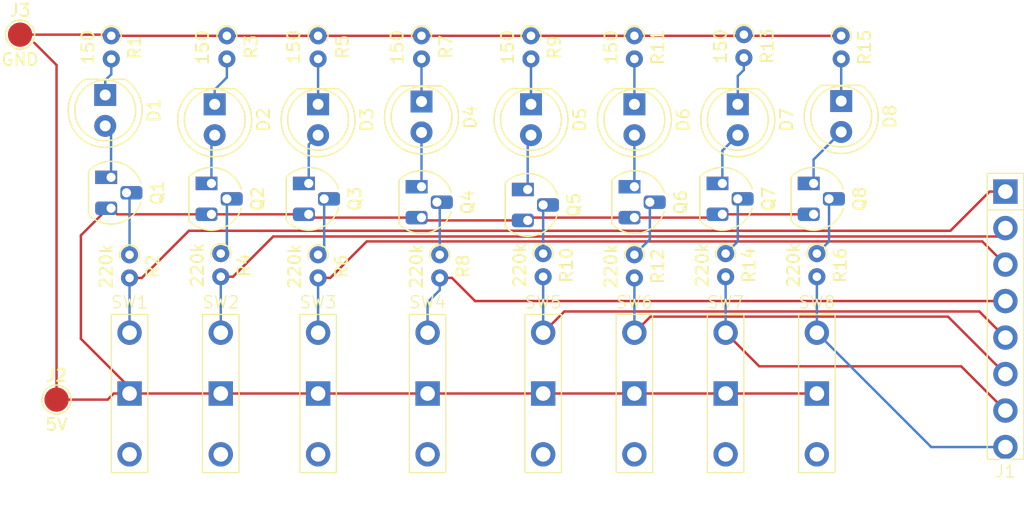
<source format=kicad_pcb>
(kicad_pcb (version 20240108) (generator "pcbnew") (generator_version "8.0")
  (layers (0 "F.Cu" signal) (31 "B.Cu" signal) (34 "B.Paste" user) (35 "F.Paste" user) (36 "B.SilkS" user "B.Silkscreen") (37 "F.SilkS" user "F.Silkscreen") (38 "B.Mask" user) (39 "F.Mask" user) (44 "Edge.Cuts" user))
  (net 0 "")
  (net 1 "Net-(D1-K)")
  (net 2 "Net-(D1-A)")
  (net 3 "Net-(D2-K)")
  (net 4 "Net-(D2-A)")
  (net 5 "Net-(D3-K)")
  (net 6 "Net-(D3-A)")
  (net 7 "Net-(D4-K)")
  (net 8 "Net-(D4-A)")
  (net 9 "Net-(D5-A)")
  (net 10 "Net-(D5-K)")
  (net 11 "Net-(D6-K)")
  (net 12 "Net-(D6-A)")
  (net 13 "Net-(D7-K)")
  (net 14 "Net-(D7-A)")
  (net 15 "Net-(D8-A)")
  (net 16 "Net-(D8-K)")
  (net 25 "Net-(J1-Pin_8)")
  (net 26 "Net-(J1-Pin_5)")
  (net 27 "Net-(J1-Pin_6)")
  (net 28 "Net-(J1-Pin_3)")
  (net 29 "Net-(J1-Pin_4)")
  (net 30 "Net-(J1-Pin_1)")
  (net 31 "Net-(J1-Pin_7)")
  (net 32 "Net-(J1-Pin_2)")
  (net 33 "Net-(Q1-B)")
  (net 34 "Net-(Q2-B)")
  (net 35 "Net-(Q3-B)")
  (net 36 "Net-(Q4-B)")
  (net 37 "Net-(Q5-B)")
  (net 38 "Net-(Q6-B)")
  (net 39 "Net-(Q7-B)")
  (net 40 "Net-(Q8-B)")
  (net 41 "Net-(J2-Pin_1)")
  (net 42 "Net-(J3-Pin_1)")
  (footprint "Package_TO_SOT_THT:TO-92L_HandSolder" (layer "F.Cu") (at 74.23 29.23 -90)
    (property "Reference" "Q7" (at 1.27 -3.8 90) (layer "F.SilkS"))
    (property "Value" "2N3904")
    (fp_line (start -0.53 1.85) (end 3.07 1.85) (stroke (width 0.12)) (layer "F.SilkS"))
    (fp_arc (start -0.541453 1.842156) (mid -1.247298 -0.581475) (end 0.45 -2.45) (stroke (width 0.12)) (layer "F.SilkS"))
    (fp_arc (start 2.05 -2.45) (mid 3.769931 -0.601036) (end 3.078445 1.827684) (stroke (width 0.12)) (layer "F.SilkS"))
    (pad "1" thru_hole rect (at 0 0 270) (size 1.1 1.8) (drill 0.75 (offset 0 0.4)) (layers "*.Cu" "*.Mask") (net 14 "Net-(D7-A)"))
    (pad "2" thru_hole roundrect (at 1.27 -1.27 270) (size 1.1 1.8) (drill 0.75 (offset 0 -0.4)) (layers "*.Cu" "*.Mask") (net 39 "Net-(Q7-B)"))
    (pad "3" thru_hole roundrect (at 2.54 0 270) (size 1.1 1.8) (drill 0.75 (offset 0 0.4)) (layers "*.Cu" "*.Mask") (net 41 "Net-(J2-Pin_1)"))
  )
  (footprint "Resistor_THT:R_Axial_DIN0204_L3.6mm_D1.6mm_P1.90mm_Vertical" (layer "F.Cu") (at 49.5 17.095 -90)
    (property "Reference" "R7" (at 0.905 -2 90) (layer "F.SilkS"))
    (property "Value" "150" (at 0.95 2 90) (layer "F.SilkS"))
    (fp_arc (start 0.320095 0.749359) (mid -0.813042 -0.054435) (end 0.417133 -0.7) (stroke (width 0.12)) (layer "F.SilkS"))
    (pad "1" thru_hole circle (at 0 0 270) (size 1.4 1.4) (drill 0.7) (layers "*.Cu" "*.Mask") (net 42 "Net-(J3-Pin_1)"))
    (pad "2" thru_hole oval (at 1.9 0 270) (size 1.4 1.4) (drill 0.7) (layers "*.Cu" "*.Mask") (net 7 "Net-(D4-K)"))
  )
  (footprint "LED_THT:LED_D5.0mm_FlatTop" (layer "F.Cu") (at 41 22.725 -90)
    (property "Reference" "D3" (at 1.27 -4.01 90) (layer "F.SilkS"))
    (property "Value" "LED")
    (fp_line (start -1.29 -1.64) (end -1.29 1.64) (stroke (width 0.12)) (layer "F.SilkS"))
    (fp_arc (start 4.309999 -0.001958) (mid 2.125106 2.917258) (end -1.29 1.639512) (stroke (width 0.12)) (layer "F.SilkS"))
    (fp_arc (start -1.29 -1.639512) (mid 2.125106 -2.917258) (end 4.309999 0.001958) (stroke (width 0.12)) (layer "F.SilkS"))
    (fp_circle (center 1.27 0) (end 3.77 0) (stroke (width 0.12)) (fill none) (layer "F.SilkS"))
    (pad "1" thru_hole rect (at 0 0 270) (size 1.8 1.8) (drill 0.9) (layers "*.Cu" "*.Mask") (net 5 "Net-(D3-K)"))
    (pad "2" thru_hole circle (at 2.54 0 270) (size 1.8 1.8) (drill 0.9) (layers "*.Cu" "*.Mask") (net 6 "Net-(D3-A)"))
  )
  (footprint "Package_TO_SOT_THT:TO-92L_HandSolder" (layer "F.Cu") (at 58.23 29.73 -90)
    (property "Reference" "Q5" (at 1.27 -3.8 90) (layer "F.SilkS"))
    (property "Value" "2N3904")
    (fp_line (start -0.53 1.85) (end 3.07 1.85) (stroke (width 0.12)) (layer "F.SilkS"))
    (fp_arc (start -0.541453 1.842156) (mid -1.247298 -0.581475) (end 0.45 -2.45) (stroke (width 0.12)) (layer "F.SilkS"))
    (fp_arc (start 2.05 -2.45) (mid 3.769931 -0.601036) (end 3.078445 1.827684) (stroke (width 0.12)) (layer "F.SilkS"))
    (pad "1" thru_hole rect (at 0 0 270) (size 1.1 1.8) (drill 0.75 (offset 0 0.4)) (layers "*.Cu" "*.Mask") (net 9 "Net-(D5-A)"))
    (pad "2" thru_hole roundrect (at 1.27 -1.27 270) (size 1.1 1.8) (drill 0.75 (offset 0 -0.4)) (layers "*.Cu" "*.Mask") (net 37 "Net-(Q5-B)"))
    (pad "3" thru_hole roundrect (at 2.54 0 270) (size 1.1 1.8) (drill 0.75 (offset 0 0.4)) (layers "*.Cu" "*.Mask") (net 41 "Net-(J2-Pin_1)"))
  )
  (footprint "Package_TO_SOT_THT:TO-92L_HandSolder" (layer "F.Cu") (at 81.73 29.23 -90)
    (property "Reference" "Q8" (at 1.27 -3.8 90) (layer "F.SilkS"))
    (property "Value" "2N3904")
    (fp_line (start -0.53 1.85) (end 3.07 1.85) (stroke (width 0.12)) (layer "F.SilkS"))
    (fp_arc (start -0.541453 1.842156) (mid -1.247298 -0.581475) (end 0.45 -2.45) (stroke (width 0.12)) (layer "F.SilkS"))
    (fp_arc (start 2.05 -2.45) (mid 3.769931 -0.601036) (end 3.078445 1.827684) (stroke (width 0.12)) (layer "F.SilkS"))
    (pad "1" thru_hole rect (at 0 0 270) (size 1.1 1.8) (drill 0.75 (offset 0 0.4)) (layers "*.Cu" "*.Mask") (net 15 "Net-(D8-A)"))
    (pad "2" thru_hole roundrect (at 1.27 -1.27 270) (size 1.1 1.8) (drill 0.75 (offset 0 -0.4)) (layers "*.Cu" "*.Mask") (net 40 "Net-(Q8-B)"))
    (pad "3" thru_hole roundrect (at 2.54 0 270) (size 1.1 1.8) (drill 0.75 (offset 0 0.4)) (layers "*.Cu" "*.Mask") (net 41 "Net-(J2-Pin_1)"))
  )
  (footprint "Button_Switch_THT:Alex_Switch" (layer "F.Cu") (at 74.5 53)
    (property "Reference" "SW7" (at 0 -14 0) (layer "F.SilkS") (effects (font (thickness 0.1))))
    (property "Value" "~")
    (fp_rect (start -1.5 -13) (end 1.5 0) (stroke (width 0.1)) (fill none) (layer "F.SilkS"))
    (pad "1" thru_hole circle (at 0 -11.5) (size 2 2) (drill 1.2) (layers "*.Cu" "*.Mask") (net 31 "Net-(J1-Pin_7)"))
    (pad "2" thru_hole rect (at 0 -6.5) (size 2 2) (drill 1.2) (layers "*.Cu" "*.Mask") (net 41 "Net-(J2-Pin_1)"))
    (pad "3" thru_hole circle (at 0 -1.5) (size 2 2) (drill 1.2) (layers "*.Cu" "*.Mask"))
  )
  (footprint "Package_TO_SOT_THT:TO-92L_HandSolder" (layer "F.Cu") (at 49.5 29.5 -90)
    (property "Reference" "Q4" (at 1.27 -3.8 90) (layer "F.SilkS"))
    (property "Value" "2N3904")
    (fp_line (start -0.53 1.85) (end 3.07 1.85) (stroke (width 0.12)) (layer "F.SilkS"))
    (fp_arc (start -0.541453 1.842156) (mid -1.247298 -0.581475) (end 0.45 -2.45) (stroke (width 0.12)) (layer "F.SilkS"))
    (fp_arc (start 2.05 -2.45) (mid 3.769931 -0.601036) (end 3.078445 1.827684) (stroke (width 0.12)) (layer "F.SilkS"))
    (pad "1" thru_hole rect (at 0 0 270) (size 1.1 1.8) (drill 0.75 (offset 0 0.4)) (layers "*.Cu" "*.Mask") (net 8 "Net-(D4-A)"))
    (pad "2" thru_hole roundrect (at 1.27 -1.27 270) (size 1.1 1.8) (drill 0.75 (offset 0 -0.4)) (layers "*.Cu" "*.Mask") (net 36 "Net-(Q4-B)"))
    (pad "3" thru_hole roundrect (at 2.54 0 270) (size 1.1 1.8) (drill 0.75 (offset 0 0.4)) (layers "*.Cu" "*.Mask") (net 41 "Net-(J2-Pin_1)"))
  )
  (footprint "LED_THT:LED_D5.0mm_FlatTop" (layer "F.Cu") (at 32.5 22.725 -90)
    (property "Reference" "D2" (at 1.27 -4.01 90) (layer "F.SilkS"))
    (property "Value" "LED")
    (fp_line (start -1.29 -1.64) (end -1.29 1.64) (stroke (width 0.12)) (layer "F.SilkS"))
    (fp_arc (start 4.309999 -0.001958) (mid 2.125106 2.917258) (end -1.29 1.639512) (stroke (width 0.12)) (layer "F.SilkS"))
    (fp_arc (start -1.29 -1.639512) (mid 2.125106 -2.917258) (end 4.309999 0.001958) (stroke (width 0.12)) (layer "F.SilkS"))
    (fp_circle (center 1.27 0) (end 3.77 0) (stroke (width 0.12)) (fill none) (layer "F.SilkS"))
    (pad "1" thru_hole rect (at 0 0 270) (size 1.8 1.8) (drill 0.9) (layers "*.Cu" "*.Mask") (net 3 "Net-(D2-K)"))
    (pad "2" thru_hole circle (at 2.54 0 270) (size 1.8 1.8) (drill 0.9) (layers "*.Cu" "*.Mask") (net 4 "Net-(D2-A)"))
  )
  (footprint "TestPoint:TestPoint_Pad_D2.0mm" (layer "F.Cu") (at 19.5 47)
    (property "Reference" "J2" (at 0 -1.998 0) (layer "F.SilkS"))
    (property "Value" "5V" (at 0 2.05 0) (layer "F.SilkS"))
    (fp_circle (center 0 0) (end 0 1.2) (stroke (width 0.12)) (fill none) (layer "F.SilkS"))
    (pad "1" smd circle (at 0 0) (size 2 2) (layers "F.Cu" "F.Mask") (net 41 "Net-(J2-Pin_1)"))
  )
  (footprint "Button_Switch_THT:Alex_Switch" (layer "F.Cu") (at 67 53)
    (property "Reference" "SW6" (at 0 -14 0) (layer "F.SilkS") (effects (font (thickness 0.1))))
    (property "Value" "~")
    (fp_rect (start -1.5 -13) (end 1.5 0) (stroke (width 0.1)) (fill none) (layer "F.SilkS"))
    (pad "1" thru_hole circle (at 0 -11.5) (size 2 2) (drill 1.2) (layers "*.Cu" "*.Mask") (net 27 "Net-(J1-Pin_6)"))
    (pad "2" thru_hole rect (at 0 -6.5) (size 2 2) (drill 1.2) (layers "*.Cu" "*.Mask") (net 41 "Net-(J2-Pin_1)"))
    (pad "3" thru_hole circle (at 0 -1.5) (size 2 2) (drill 1.2) (layers "*.Cu" "*.Mask"))
  )
  (footprint "Connector:Alex_8-pin" (layer "F.Cu") (at 97.5 53.4)
    (property "Reference" "J1" (at 0 -0.5 0) (layer "F.SilkS") (effects (font (thickness 0.1))))
    (property "Value" "~")
    (fp_rect (start -1.5 -25) (end 1.5 -1.5) (stroke (width 0.1)) (fill none) (layer "F.SilkS"))
    (fp_rect (start -1.5 -22) (end 1.5 -22) (stroke (width 0.1)) (fill none) (layer "F.SilkS"))
    (pad "1" thru_hole rect (at 0 -23.5) (size 2 2) (drill 1.2) (layers "*.Cu" "*.Mask") (net 30 "Net-(J1-Pin_1)"))
    (pad "2" thru_hole circle (at 0 -20.5) (size 2 2) (drill 1.2) (layers "*.Cu" "*.Mask") (net 32 "Net-(J1-Pin_2)"))
    (pad "3" thru_hole circle (at 0 -17.5) (size 2 2) (drill 1.2) (layers "*.Cu" "*.Mask") (net 28 "Net-(J1-Pin_3)"))
    (pad "4" thru_hole circle (at 0 -14.5) (size 2 2) (drill 1.2) (layers "*.Cu" "*.Mask") (net 29 "Net-(J1-Pin_4)"))
    (pad "5" thru_hole circle (at 0 -11.5) (size 2 2) (drill 1.2) (layers "*.Cu" "*.Mask") (net 26 "Net-(J1-Pin_5)"))
    (pad "6" thru_hole circle (at 0 -8.5) (size 2 2) (drill 1.2) (layers "*.Cu" "*.Mask") (net 27 "Net-(J1-Pin_6)"))
    (pad "7" thru_hole circle (at 0 -5.5) (size 2 2) (drill 1.2) (layers "*.Cu" "*.Mask") (net 31 "Net-(J1-Pin_7)"))
    (pad "8" thru_hole circle (at 0 -2.5) (size 2 2) (drill 1.2) (layers "*.Cu" "*.Mask") (net 25 "Net-(J1-Pin_8)"))
  )
  (footprint "Resistor_THT:R_Axial_DIN0204_L3.6mm_D1.6mm_P1.90mm_Vertical" (layer "F.Cu") (at 33 35 -90)
    (property "Reference" "R4" (at 0.95 -1.92 90) (layer "F.SilkS"))
    (property "Value" "220k" (at 0.95 1.92 90) (layer "F.SilkS"))
    (fp_arc (start 0.320095 0.749359) (mid -0.813042 -0.054435) (end 0.417133 -0.7) (stroke (width 0.12)) (layer "F.SilkS"))
    (pad "1" thru_hole circle (at 0 0 270) (size 1.4 1.4) (drill 0.7) (layers "*.Cu" "*.Mask") (net 34 "Net-(Q2-B)"))
    (pad "2" thru_hole oval (at 1.9 0 270) (size 1.4 1.4) (drill 0.7) (layers "*.Cu" "*.Mask") (net 32 "Net-(J1-Pin_2)"))
  )
  (footprint "Resistor_THT:R_Axial_DIN0204_L3.6mm_D1.6mm_P1.90mm_Vertical" (layer "F.Cu") (at 82 35 -90)
    (property "Reference" "R16" (at 0.95 -1.92 90) (layer "F.SilkS"))
    (property "Value" "220k" (at 0.95 1.92 90) (layer "F.SilkS"))
    (fp_arc (start 0.320095 0.749359) (mid -0.813042 -0.054435) (end 0.417133 -0.7) (stroke (width 0.12)) (layer "F.SilkS"))
    (pad "1" thru_hole circle (at 0 0 270) (size 1.4 1.4) (drill 0.7) (layers "*.Cu" "*.Mask") (net 40 "Net-(Q8-B)"))
    (pad "2" thru_hole oval (at 1.9 0 270) (size 1.4 1.4) (drill 0.7) (layers "*.Cu" "*.Mask") (net 25 "Net-(J1-Pin_8)"))
  )
  (footprint "Resistor_THT:R_Axial_DIN0204_L3.6mm_D1.6mm_P1.90mm_Vertical" (layer "F.Cu") (at 41 35.095 -90)
    (property "Reference" "R6" (at 0.95 -1.92 90) (layer "F.SilkS"))
    (property "Value" "220k" (at 0.95 1.92 90) (layer "F.SilkS"))
    (fp_arc (start 0.320095 0.749359) (mid -0.813042 -0.054435) (end 0.417133 -0.7) (stroke (width 0.12)) (layer "F.SilkS"))
    (pad "1" thru_hole circle (at 0 0 270) (size 1.4 1.4) (drill 0.7) (layers "*.Cu" "*.Mask") (net 35 "Net-(Q3-B)"))
    (pad "2" thru_hole oval (at 1.9 0 270) (size 1.4 1.4) (drill 0.7) (layers "*.Cu" "*.Mask") (net 28 "Net-(J1-Pin_3)"))
  )
  (footprint "Resistor_THT:R_Axial_DIN0204_L3.6mm_D1.6mm_P1.90mm_Vertical" (layer "F.Cu") (at 41 17.095 -90)
    (property "Reference" "R5" (at 0.905 -2 90) (layer "F.SilkS"))
    (property "Value" "150" (at 0.905 2 90) (layer "F.SilkS"))
    (fp_arc (start 0.320095 0.749359) (mid -0.813042 -0.054435) (end 0.417133 -0.7) (stroke (width 0.12)) (layer "F.SilkS"))
    (pad "1" thru_hole circle (at 0 0 270) (size 1.4 1.4) (drill 0.7) (layers "*.Cu" "*.Mask") (net 42 "Net-(J3-Pin_1)"))
    (pad "2" thru_hole oval (at 1.9 0 270) (size 1.4 1.4) (drill 0.7) (layers "*.Cu" "*.Mask") (net 5 "Net-(D3-K)"))
  )
  (footprint "LED_THT:LED_D5.0mm_FlatTop" (layer "F.Cu") (at 84 22.46 -90)
    (property "Reference" "D8" (at 1.27 -4.01 90) (layer "F.SilkS"))
    (property "Value" "LED")
    (fp_line (start -1.29 -1.64) (end -1.29 1.64) (stroke (width 0.12)) (layer "F.SilkS"))
    (fp_arc (start 4.309999 -0.001958) (mid 2.125106 2.917258) (end -1.29 1.639512) (stroke (width 0.12)) (layer "F.SilkS"))
    (fp_arc (start -1.29 -1.639512) (mid 2.125106 -2.917258) (end 4.309999 0.001958) (stroke (width 0.12)) (layer "F.SilkS"))
    (fp_circle (center 1.27 0) (end 3.77 0) (stroke (width 0.12)) (fill none) (layer "F.SilkS"))
    (pad "1" thru_hole rect (at 0 0 270) (size 1.8 1.8) (drill 0.9) (layers "*.Cu" "*.Mask") (net 16 "Net-(D8-K)"))
    (pad "2" thru_hole circle (at 2.54 0 270) (size 1.8 1.8) (drill 0.9) (layers "*.Cu" "*.Mask") (net 15 "Net-(D8-A)"))
  )
  (footprint "Resistor_THT:R_Axial_DIN0204_L3.6mm_D1.6mm_P1.90mm_Vertical" (layer "F.Cu") (at 74.5 35 -90)
    (property "Reference" "R14" (at 0.95 -1.92 90) (layer "F.SilkS"))
    (property "Value" "220k" (at 0.95 1.92 90) (layer "F.SilkS"))
    (fp_arc (start 0.320095 0.749359) (mid -0.813042 -0.054435) (end 0.417133 -0.7) (stroke (width 0.12)) (layer "F.SilkS"))
    (pad "1" thru_hole circle (at 0 0 270) (size 1.4 1.4) (drill 0.7) (layers "*.Cu" "*.Mask") (net 39 "Net-(Q7-B)"))
    (pad "2" thru_hole oval (at 1.9 0 270) (size 1.4 1.4) (drill 0.7) (layers "*.Cu" "*.Mask") (net 31 "Net-(J1-Pin_7)"))
  )
  (footprint "Resistor_THT:R_Axial_DIN0204_L3.6mm_D1.6mm_P1.90mm_Vertical" (layer "F.Cu") (at 33.5 17.095 -90)
    (property "Reference" "R3" (at 0.905 -2 90) (layer "F.SilkS"))
    (property "Value" "150" (at 0.95 2 90) (layer "F.SilkS"))
    (fp_arc (start 0.320095 0.749359) (mid -0.813042 -0.054435) (end 0.417133 -0.7) (stroke (width 0.12)) (layer "F.SilkS"))
    (pad "1" thru_hole circle (at 0 0 270) (size 1.4 1.4) (drill 0.7) (layers "*.Cu" "*.Mask") (net 42 "Net-(J3-Pin_1)"))
    (pad "2" thru_hole oval (at 1.9 0 270) (size 1.4 1.4) (drill 0.7) (layers "*.Cu" "*.Mask") (net 3 "Net-(D2-K)"))
  )
  (footprint "Button_Switch_THT:Alex_Switch" (layer "F.Cu") (at 82 53)
    (property "Reference" "SW8" (at 0 -14 0) (layer "F.SilkS") (effects (font (thickness 0.1))))
    (property "Value" "~")
    (fp_rect (start -1.5 -13) (end 1.5 0) (stroke (width 0.1)) (fill none) (layer "F.SilkS"))
    (pad "1" thru_hole circle (at 0 -11.5) (size 2 2) (drill 1.2) (layers "*.Cu" "*.Mask") (net 25 "Net-(J1-Pin_8)"))
    (pad "2" thru_hole rect (at 0 -6.5) (size 2 2) (drill 1.2) (layers "*.Cu" "*.Mask") (net 41 "Net-(J2-Pin_1)"))
    (pad "3" thru_hole circle (at 0 -1.5) (size 2 2) (drill 1.2) (layers "*.Cu" "*.Mask"))
  )
  (footprint "Resistor_THT:R_Axial_DIN0204_L3.6mm_D1.6mm_P1.90mm_Vertical" (layer "F.Cu") (at 59.5 35 -90)
    (property "Reference" "R10" (at 0.95 -1.92 90) (layer "F.SilkS"))
    (property "Value" "220k" (at 0.95 1.92 90) (layer "F.SilkS"))
    (fp_arc (start 0.320095 0.749359) (mid -0.813042 -0.054435) (end 0.417133 -0.7) (stroke (width 0.12)) (layer "F.SilkS"))
    (pad "1" thru_hole circle (at 0 0 270) (size 1.4 1.4) (drill 0.7) (layers "*.Cu" "*.Mask") (net 37 "Net-(Q5-B)"))
    (pad "2" thru_hole oval (at 1.9 0 270) (size 1.4 1.4) (drill 0.7) (layers "*.Cu" "*.Mask") (net 26 "Net-(J1-Pin_5)"))
  )
  (footprint "LED_THT:LED_D5.0mm_FlatTop" (layer "F.Cu") (at 49.5 22.5 -90)
    (property "Reference" "D4" (at 1.27 -4.01 90) (layer "F.SilkS"))
    (property "Value" "LED")
    (fp_line (start -1.29 -1.64) (end -1.29 1.64) (stroke (width 0.12)) (layer "F.SilkS"))
    (fp_arc (start 4.309999 -0.001958) (mid 2.125106 2.917258) (end -1.29 1.639512) (stroke (width 0.12)) (layer "F.SilkS"))
    (fp_arc (start -1.29 -1.639512) (mid 2.125106 -2.917258) (end 4.309999 0.001958) (stroke (width 0.12)) (layer "F.SilkS"))
    (fp_circle (center 1.27 0) (end 3.77 0) (stroke (width 0.12)) (fill none) (layer "F.SilkS"))
    (pad "1" thru_hole rect (at 0 0 270) (size 1.8 1.8) (drill 0.9) (layers "*.Cu" "*.Mask") (net 7 "Net-(D4-K)"))
    (pad "2" thru_hole circle (at 2.54 0 270) (size 1.8 1.8) (drill 0.9) (layers "*.Cu" "*.Mask") (net 8 "Net-(D4-A)"))
  )
  (footprint "Package_TO_SOT_THT:TO-92L_HandSolder" (layer "F.Cu") (at 32.23 29.23 -90)
    (property "Reference" "Q2" (at 1.27 -3.8 90) (layer "F.SilkS"))
    (property "Value" "2N3904")
    (fp_line (start -0.53 1.85) (end 3.07 1.85) (stroke (width 0.12)) (layer "F.SilkS"))
    (fp_arc (start -0.541453 1.842156) (mid -1.247298 -0.581475) (end 0.45 -2.45) (stroke (width 0.12)) (layer "F.SilkS"))
    (fp_arc (start 2.05 -2.45) (mid 3.769931 -0.601036) (end 3.078445 1.827684) (stroke (width 0.12)) (layer "F.SilkS"))
    (pad "1" thru_hole rect (at 0 0 270) (size 1.1 1.8) (drill 0.75 (offset 0 0.4)) (layers "*.Cu" "*.Mask") (net 4 "Net-(D2-A)"))
    (pad "2" thru_hole roundrect (at 1.27 -1.27 270) (size 1.1 1.8) (drill 0.75 (offset 0 -0.4)) (layers "*.Cu" "*.Mask") (net 34 "Net-(Q2-B)"))
    (pad "3" thru_hole roundrect (at 2.54 0 270) (size 1.1 1.8) (drill 0.75 (offset 0 0.4)) (layers "*.Cu" "*.Mask") (net 41 "Net-(J2-Pin_1)"))
  )
  (footprint "LED_THT:LED_D5.0mm_FlatTop" (layer "F.Cu") (at 58.5 22.725 -90)
    (property "Reference" "D5" (at 1.27 -4.01 90) (layer "F.SilkS"))
    (property "Value" "LED")
    (fp_line (start -1.29 -1.64) (end -1.29 1.64) (stroke (width 0.12)) (layer "F.SilkS"))
    (fp_arc (start 4.309999 -0.001958) (mid 2.125106 2.917258) (end -1.29 1.639512) (stroke (width 0.12)) (layer "F.SilkS"))
    (fp_arc (start -1.29 -1.639512) (mid 2.125106 -2.917258) (end 4.309999 0.001958) (stroke (width 0.12)) (layer "F.SilkS"))
    (fp_circle (center 1.27 0) (end 3.77 0) (stroke (width 0.12)) (fill none) (layer "F.SilkS"))
    (pad "1" thru_hole rect (at 0 0 270) (size 1.8 1.8) (drill 0.9) (layers "*.Cu" "*.Mask") (net 10 "Net-(D5-K)"))
    (pad "2" thru_hole circle (at 2.54 0 270) (size 1.8 1.8) (drill 0.9) (layers "*.Cu" "*.Mask") (net 9 "Net-(D5-A)"))
  )
  (footprint "Button_Switch_THT:Alex_Switch" (layer "F.Cu") (at 50 53)
    (property "Reference" "SW4" (at 0 -14 0) (layer "F.SilkS") (effects (font (thickness 0.1))))
    (property "Value" "~")
    (fp_rect (start -1.5 -13) (end 1.5 0) (stroke (width 0.1)) (fill none) (layer "F.SilkS"))
    (pad "1" thru_hole circle (at 0 -11.5) (size 2 2) (drill 1.2) (layers "*.Cu" "*.Mask") (net 29 "Net-(J1-Pin_4)"))
    (pad "2" thru_hole rect (at 0 -6.5) (size 2 2) (drill 1.2) (layers "*.Cu" "*.Mask") (net 41 "Net-(J2-Pin_1)"))
    (pad "3" thru_hole circle (at 0 -1.5) (size 2 2) (drill 1.2) (layers "*.Cu" "*.Mask"))
  )
  (footprint "Button_Switch_THT:Alex_Switch" (layer "F.Cu") (at 41 53)
    (property "Reference" "SW3" (at 0 -14 0) (layer "F.SilkS") (effects (font (thickness 0.1))))
    (property "Value" "~")
    (fp_rect (start -1.5 -13) (end 1.5 0) (stroke (width 0.1)) (fill none) (layer "F.SilkS"))
    (pad "1" thru_hole circle (at 0 -11.5) (size 2 2) (drill 1.2) (layers "*.Cu" "*.Mask") (net 28 "Net-(J1-Pin_3)"))
    (pad "2" thru_hole rect (at 0 -6.5) (size 2 2) (drill 1.2) (layers "*.Cu" "*.Mask") (net 41 "Net-(J2-Pin_1)"))
    (pad "3" thru_hole circle (at 0 -1.5) (size 2 2) (drill 1.2) (layers "*.Cu" "*.Mask"))
  )
  (footprint "Button_Switch_THT:Alex_Switch" (layer "F.Cu") (at 33 53)
    (property "Reference" "SW2" (at 0 -14 0) (layer "F.SilkS") (effects (font (thickness 0.1))))
    (property "Value" "~")
    (fp_rect (start -1.5 -13) (end 1.5 0) (stroke (width 0.1)) (fill none) (layer "F.SilkS"))
    (pad "1" thru_hole circle (at 0 -11.5) (size 2 2) (drill 1.2) (layers "*.Cu" "*.Mask") (net 32 "Net-(J1-Pin_2)"))
    (pad "2" thru_hole rect (at 0 -6.5) (size 2 2) (drill 1.2) (layers "*.Cu" "*.Mask") (net 41 "Net-(J2-Pin_1)"))
    (pad "3" thru_hole circle (at 0 -1.5) (size 2 2) (drill 1.2) (layers "*.Cu" "*.Mask"))
  )
  (footprint "Resistor_THT:R_Axial_DIN0204_L3.6mm_D1.6mm_P1.90mm_Vertical" (layer "F.Cu") (at 51 35.095 -90)
    (property "Reference" "R8" (at 0.95 -1.92 90) (layer "F.SilkS"))
    (property "Value" "220k" (at 0.95 1.92 90) (layer "F.SilkS"))
    (fp_arc (start 0.320095 0.749359) (mid -0.813042 -0.054435) (end 0.417133 -0.7) (stroke (width 0.12)) (layer "F.SilkS"))
    (pad "1" thru_hole circle (at 0 0 270) (size 1.4 1.4) (drill 0.7) (layers "*.Cu" "*.Mask") (net 36 "Net-(Q4-B)"))
    (pad "2" thru_hole oval (at 1.9 0 270) (size 1.4 1.4) (drill 0.7) (layers "*.Cu" "*.Mask") (net 29 "Net-(J1-Pin_4)"))
  )
  (footprint "Resistor_THT:R_Axial_DIN0204_L3.6mm_D1.6mm_P1.90mm_Vertical" (layer "F.Cu") (at 67 17.095 -90)
    (property "Reference" "R11" (at 0.95 -1.92 90) (layer "F.SilkS"))
    (property "Value" "150" (at 0.95 1.92 90) (layer "F.SilkS"))
    (fp_arc (start 0.320095 0.749359) (mid -0.813042 -0.054435) (end 0.417133 -0.7) (stroke (width 0.12)) (layer "F.SilkS"))
    (pad "1" thru_hole circle (at 0 0 270) (size 1.4 1.4) (drill 0.7) (layers "*.Cu" "*.Mask") (net 42 "Net-(J3-Pin_1)"))
    (pad "2" thru_hole oval (at 1.9 0 270) (size 1.4 1.4) (drill 0.7) (layers "*.Cu" "*.Mask") (net 11 "Net-(D6-K)"))
  )
  (footprint "LED_THT:LED_D5.0mm_FlatTop" (layer "F.Cu") (at 75.5 22.725 -90)
    (property "Reference" "D7" (at 1.27 -4.01 90) (layer "F.SilkS"))
    (property "Value" "LED")
    (fp_line (start -1.29 -1.64) (end -1.29 1.64) (stroke (width 0.12)) (layer "F.SilkS"))
    (fp_arc (start 4.309999 -0.001958) (mid 2.125106 2.917258) (end -1.29 1.639512) (stroke (width 0.12)) (layer "F.SilkS"))
    (fp_arc (start -1.29 -1.639512) (mid 2.125106 -2.917258) (end 4.309999 0.001958) (stroke (width 0.12)) (layer "F.SilkS"))
    (fp_circle (center 1.27 0) (end 3.77 0) (stroke (width 0.12)) (fill none) (layer "F.SilkS"))
    (pad "1" thru_hole rect (at 0 0 270) (size 1.8 1.8) (drill 0.9) (layers "*.Cu" "*.Mask") (net 13 "Net-(D7-K)"))
    (pad "2" thru_hole circle (at 2.54 0 270) (size 1.8 1.8) (drill 0.9) (layers "*.Cu" "*.Mask") (net 14 "Net-(D7-A)"))
  )
  (footprint "Resistor_THT:R_Axial_DIN0204_L3.6mm_D1.6mm_P1.90mm_Vertical" (layer "F.Cu") (at 67 35.095 -90)
    (property "Reference" "R12" (at 0.95 -1.92 90) (layer "F.SilkS"))
    (property "Value" "220k" (at 0.95 1.92 90) (layer "F.SilkS"))
    (fp_arc (start 0.320095 0.749359) (mid -0.813042 -0.054435) (end 0.417133 -0.7) (stroke (width 0.12)) (layer "F.SilkS"))
    (pad "1" thru_hole circle (at 0 0 270) (size 1.4 1.4) (drill 0.7) (layers "*.Cu" "*.Mask") (net 38 "Net-(Q6-B)"))
    (pad "2" thru_hole oval (at 1.9 0 270) (size 1.4 1.4) (drill 0.7) (layers "*.Cu" "*.Mask") (net 27 "Net-(J1-Pin_6)"))
  )
  (footprint "Resistor_THT:R_Axial_DIN0204_L3.6mm_D1.6mm_P1.90mm_Vertical" (layer "F.Cu") (at 58.5 17.095 -90)
    (property "Reference" "R9" (at 0.95 -1.92 90) (layer "F.SilkS"))
    (property "Value" "150" (at 0.95 1.92 90) (layer "F.SilkS"))
    (fp_arc (start 0.320095 0.749359) (mid -0.813042 -0.054435) (end 0.417133 -0.7) (stroke (width 0.12)) (layer "F.SilkS"))
    (pad "1" thru_hole circle (at 0 0 270) (size 1.4 1.4) (drill 0.7) (layers "*.Cu" "*.Mask") (net 42 "Net-(J3-Pin_1)"))
    (pad "2" thru_hole oval (at 1.9 0 270) (size 1.4 1.4) (drill 0.7) (layers "*.Cu" "*.Mask") (net 10 "Net-(D5-K)"))
  )
  (footprint "Package_TO_SOT_THT:TO-92L_HandSolder" (layer "F.Cu") (at 67 29.5 -90)
    (property "Reference" "Q6" (at 1.27 -3.8 90) (layer "F.SilkS"))
    (property "Value" "2N3904")
    (fp_line (start -0.53 1.85) (end 3.07 1.85) (stroke (width 0.12)) (layer "F.SilkS"))
    (fp_arc (start -0.541453 1.842156) (mid -1.247298 -0.581475) (end 0.45 -2.45) (stroke (width 0.12)) (layer "F.SilkS"))
    (fp_arc (start 2.05 -2.45) (mid 3.769931 -0.601036) (end 3.078445 1.827684) (stroke (width 0.12)) (layer "F.SilkS"))
    (pad "1" thru_hole rect (at 0 0 270) (size 1.1 1.8) (drill 0.75 (offset 0 0.4)) (layers "*.Cu" "*.Mask") (net 12 "Net-(D6-A)"))
    (pad "2" thru_hole roundrect (at 1.27 -1.27 270) (size 1.1 1.8) (drill 0.75 (offset 0 -0.4)) (layers "*.Cu" "*.Mask") (net 38 "Net-(Q6-B)"))
    (pad "3" thru_hole roundrect (at 2.54 0 270) (size 1.1 1.8) (drill 0.75 (offset 0 0.4)) (layers "*.Cu" "*.Mask") (net 41 "Net-(J2-Pin_1)"))
  )
  (footprint "Package_TO_SOT_THT:TO-92L_HandSolder" (layer "F.Cu") (at 23.98 28.73 -90)
    (property "Reference" "Q1" (at 1.27 -3.8 90) (layer "F.SilkS"))
    (property "Value" "2N3904")
    (fp_line (start -0.53 1.85) (end 3.07 1.85) (stroke (width 0.12)) (layer "F.SilkS"))
    (fp_arc (start -0.541453 1.842156) (mid -1.247298 -0.581475) (end 0.45 -2.45) (stroke (width 0.12)) (layer "F.SilkS"))
    (fp_arc (start 2.05 -2.45) (mid 3.769931 -0.601036) (end 3.078445 1.827684) (stroke (width 0.12)) (layer "F.SilkS"))
    (pad "1" thru_hole rect (at 0 0 270) (size 1.1 1.8) (drill 0.75 (offset 0 0.4)) (layers "*.Cu" "*.Mask") (net 2 "Net-(D1-A)"))
    (pad "2" thru_hole roundrect (at 1.27 -1.27 270) (size 1.1 1.8) (drill 0.75 (offset 0 -0.4)) (layers "*.Cu" "*.Mask") (net 33 "Net-(Q1-B)"))
    (pad "3" thru_hole roundrect (at 2.54 0 270) (size 1.1 1.8) (drill 0.75 (offset 0 0.4)) (layers "*.Cu" "*.Mask") (net 41 "Net-(J2-Pin_1)"))
  )
  (footprint "TestPoint:TestPoint_Pad_D2.0mm" (layer "F.Cu") (at 16.5 17)
    (property "Reference" "J3" (at 0 -1.998 0) (layer "F.SilkS"))
    (property "Value" "GND" (at 0 2.05 0) (layer "F.SilkS"))
    (fp_circle (center 0 0) (end 0 1.2) (stroke (width 0.12)) (fill none) (layer "F.SilkS"))
    (pad "1" smd circle (at 0 0) (size 2 2) (layers "F.Cu" "F.Mask") (net 42 "Net-(J3-Pin_1)"))
  )
  (footprint "Package_TO_SOT_THT:TO-92L_HandSolder" (layer "F.Cu") (at 40.23 29.23 -90)
    (property "Reference" "Q3" (at 1.27 -3.8 90) (layer "F.SilkS"))
    (property "Value" "2N3904")
    (fp_line (start -0.53 1.85) (end 3.07 1.85) (stroke (width 0.12)) (layer "F.SilkS"))
    (fp_arc (start -0.541453 1.842156) (mid -1.247298 -0.581475) (end 0.45 -2.45) (stroke (width 0.12)) (layer "F.SilkS"))
    (fp_arc (start 2.05 -2.45) (mid 3.769931 -0.601036) (end 3.078445 1.827684) (stroke (width 0.12)) (layer "F.SilkS"))
    (pad "1" thru_hole rect (at 0 0 270) (size 1.1 1.8) (drill 0.75 (offset 0 0.4)) (layers "*.Cu" "*.Mask") (net 6 "Net-(D3-A)"))
    (pad "2" thru_hole roundrect (at 1.27 -1.27 270) (size 1.1 1.8) (drill 0.75 (offset 0 -0.4)) (layers "*.Cu" "*.Mask") (net 35 "Net-(Q3-B)"))
    (pad "3" thru_hole roundrect (at 2.54 0 270) (size 1.1 1.8) (drill 0.75 (offset 0 0.4)) (layers "*.Cu" "*.Mask") (net 41 "Net-(J2-Pin_1)"))
  )
  (footprint "LED_THT:LED_D5.0mm_FlatTop" (layer "F.Cu") (at 67 22.725 -90)
    (property "Reference" "D6" (at 1.27 -4.01 90) (layer "F.SilkS"))
    (property "Value" "LED")
    (fp_line (start -1.29 -1.64) (end -1.29 1.64) (stroke (width 0.12)) (layer "F.SilkS"))
    (fp_arc (start 4.309999 -0.001958) (mid 2.125106 2.917258) (end -1.29 1.639512) (stroke (width 0.12)) (layer "F.SilkS"))
    (fp_arc (start -1.29 -1.639512) (mid 2.125106 -2.917258) (end 4.309999 0.001958) (stroke (width 0.12)) (layer "F.SilkS"))
    (fp_circle (center 1.27 0) (end 3.77 0) (stroke (width 0.12)) (fill none) (layer "F.SilkS"))
    (pad "1" thru_hole rect (at 0 0 270) (size 1.8 1.8) (drill 0.9) (layers "*.Cu" "*.Mask") (net 11 "Net-(D6-K)"))
    (pad "2" thru_hole circle (at 2.54 0 270) (size 1.8 1.8) (drill 0.9) (layers "*.Cu" "*.Mask") (net 12 "Net-(D6-A)"))
  )
  (footprint "Button_Switch_THT:Alex_Switch" (layer "F.Cu") (at 25.5 53)
    (property "Reference" "SW1" (at 0 -14 0) (layer "F.SilkS") (effects (font (thickness 0.1))))
    (property "Value" "~")
    (fp_rect (start -1.5 -13) (end 1.5 0) (stroke (width 0.1)) (fill none) (layer "F.SilkS"))
    (pad "1" thru_hole circle (at 0 -11.5) (size 2 2) (drill 1.2) (layers "*.Cu" "*.Mask") (net 30 "Net-(J1-Pin_1)"))
    (pad "2" thru_hole rect (at 0 -6.5) (size 2 2) (drill 1.2) (layers "*.Cu" "*.Mask") (net 41 "Net-(J2-Pin_1)"))
    (pad "3" thru_hole circle (at 0 -1.5) (size 2 2) (drill 1.2) (layers "*.Cu" "*.Mask"))
  )
  (footprint "LED_THT:LED_D5.0mm_FlatTop" (layer "F.Cu") (at 23.5 21.96 -90)
    (property "Reference" "D1" (at 1.27 -4.01 90) (layer "F.SilkS"))
    (property "Value" "LED")
    (fp_line (start -1.29 -1.64) (end -1.29 1.64) (stroke (width 0.12)) (layer "F.SilkS"))
    (fp_arc (start 4.309999 -0.001958) (mid 2.125106 2.917258) (end -1.29 1.639512) (stroke (width 0.12)) (layer "F.SilkS"))
    (fp_arc (start -1.29 -1.639512) (mid 2.125106 -2.917258) (end 4.309999 0.001958) (stroke (width 0.12)) (layer "F.SilkS"))
    (fp_circle (center 1.27 0) (end 3.77 0) (stroke (width 0.12)) (fill none) (layer "F.SilkS"))
    (pad "1" thru_hole rect (at 0 0 270) (size 1.8 1.8) (drill 0.9) (layers "*.Cu" "*.Mask") (net 1 "Net-(D1-K)"))
    (pad "2" thru_hole circle (at 2.54 0 270) (size 1.8 1.8) (drill 0.9) (layers "*.Cu" "*.Mask") (net 2 "Net-(D1-A)"))
  )
  (footprint "Resistor_THT:R_Axial_DIN0204_L3.6mm_D1.6mm_P1.90mm_Vertical" (layer "F.Cu") (at 25.5 35.1 -90)
    (property "Reference" "R2" (at 0.95 -1.92 90) (layer "F.SilkS"))
    (property "Value" "220k" (at 0.95 1.92 90) (layer "F.SilkS"))
    (fp_arc (start 0.320095 0.749359) (mid -0.813042 -0.054435) (end 0.417133 -0.7) (stroke (width 0.12)) (layer "F.SilkS"))
    (pad "1" thru_hole circle (at 0 0 270) (size 1.4 1.4) (drill 0.7) (layers "*.Cu" "*.Mask") (net 33 "Net-(Q1-B)"))
    (pad "2" thru_hole oval (at 1.9 0 270) (size 1.4 1.4) (drill 0.7) (layers "*.Cu" "*.Mask") (net 30 "Net-(J1-Pin_1)"))
  )
  (footprint "Resistor_THT:R_Axial_DIN0204_L3.6mm_D1.6mm_P1.90mm_Vertical" (layer "F.Cu") (at 84 17.095 -90)
    (property "Reference" "R15" (at 0.95 -1.92 90) (layer "F.SilkS"))
    (property "Value" "150")
    (fp_arc (start 0.320095 0.749359) (mid -0.813042 -0.054435) (end 0.417133 -0.7) (stroke (width 0.12)) (layer "F.SilkS"))
    (pad "1" thru_hole circle (at 0 0 270) (size 1.4 1.4) (drill 0.7) (layers "*.Cu" "*.Mask") (net 42 "Net-(J3-Pin_1)"))
    (pad "2" thru_hole oval (at 1.9 0 270) (size 1.4 1.4) (drill 0.7) (layers "*.Cu" "*.Mask") (net 16 "Net-(D8-K)"))
  )
  (footprint "Button_Switch_THT:Alex_Switch" (layer "F.Cu") (at 59.5 53)
    (property "Reference" "SW5" (at 0 -14 0) (layer "F.SilkS") (effects (font (thickness 0.1))))
    (property "Value" "~")
    (fp_rect (start -1.5 -13) (end 1.5 0) (stroke (width 0.1)) (fill none) (layer "F.SilkS"))
    (pad "1" thru_hole circle (at 0 -11.5) (size 2 2) (drill 1.2) (layers "*.Cu" "*.Mask") (net 26 "Net-(J1-Pin_5)"))
    (pad "2" thru_hole rect (at 0 -6.5) (size 2 2) (drill 1.2) (layers "*.Cu" "*.Mask") (net 41 "Net-(J2-Pin_1)"))
    (pad "3" thru_hole circle (at 0 -1.5) (size 2 2) (drill 1.2) (layers "*.Cu" "*.Mask"))
  )
  (footprint "Resistor_THT:R_Axial_DIN0204_L3.6mm_D1.6mm_P1.90mm_Vertical" (layer "F.Cu") (at 24 17.095 -90)
    (property "Reference" "R1" (at 0.95 -1.92 90) (layer "F.SilkS"))
    (property "Value" "150" (at 0.95 1.92 90) (layer "F.SilkS"))
    (fp_arc (start 0.320095 0.749359) (mid -0.813042 -0.054435) (end 0.417133 -0.7) (stroke (width 0.12)) (layer "F.SilkS"))
    (pad "1" thru_hole circle (at 0 0 270) (size 1.4 1.4) (drill 0.7) (layers "*.Cu" "*.Mask") (net 42 "Net-(J3-Pin_1)"))
    (pad "2" thru_hole oval (at 1.9 0 270) (size 1.4 1.4) (drill 0.7) (layers "*.Cu" "*.Mask") (net 1 "Net-(D1-K)"))
  )
  (footprint "Resistor_THT:R_Axial_DIN0204_L3.6mm_D1.6mm_P1.90mm_Vertical" (layer "F.Cu") (at 76 17 -90)
    (property "Reference" "R13" (at 0.95 -1.92 90) (layer "F.SilkS"))
    (property "Value" "150" (at 0.95 1.92 90) (layer "F.SilkS"))
    (fp_arc (start 0.320095 0.749359) (mid -0.813042 -0.054435) (end 0.417133 -0.7) (stroke (width 0.12)) (layer "F.SilkS"))
    (pad "1" thru_hole circle (at 0 0 270) (size 1.4 1.4) (drill 0.7) (layers "*.Cu" "*.Mask") (net 42 "Net-(J3-Pin_1)"))
    (pad "2" thru_hole oval (at 1.9 0 270) (size 1.4 1.4) (drill 0.7) (layers "*.Cu" "*.Mask") (net 13 "Net-(D7-K)"))
  )
  (segment (start 23.5 20.7583) (end 24 20.2583) (width 0.2) (layer "B.Cu") (net 1))
  (segment (start 24 20.2583) (end 24 18.995) (width 0.2) (layer "B.Cu") (net 1))
  (segment (start 23.5 21.96) (end 23.5 20.7583) (width 0.2) (layer "B.Cu") (net 1))
  (segment (start 23.5 24.5) (end 23.98 24.98) (width 0.2) (layer "B.Cu") (net 2))
  (segment (start 23.98 24.98) (end 23.98 28.73) (width 0.2) (layer "B.Cu") (net 2))
  (segment (start 33.5 20.5233) (end 33.5 18.995) (width 0.2) (layer "B.Cu") (net 3))
  (segment (start 32.5 21.5233) (end 33.5 20.5233) (width 0.2) (layer "B.Cu") (net 3))
  (segment (start 32.5 22.725) (end 32.5 21.5233) (width 0.2) (layer "B.Cu") (net 3))
  (segment (start 32.23 25.535) (end 32.23 29.23) (width 0.2) (layer "B.Cu") (net 4))
  (segment (start 32.5 25.265) (end 32.23 25.535) (width 0.2) (layer "B.Cu") (net 4))
  (segment (start 41 22.725) (end 41 18.995) (width 0.2) (layer "B.Cu") (net 5))
  (segment (start 41 25.265) (end 40.23 26.035) (width 0.2) (layer "B.Cu") (net 6))
  (segment (start 40.23 26.035) (end 40.23 29.23) (width 0.2) (layer "B.Cu") (net 6))
  (segment (start 49.5 18.995) (end 49.5 22.5) (width 0.2) (layer "B.Cu") (net 7))
  (segment (start 49.5 25.04) (end 49.5 29.5) (width 0.2) (layer "B.Cu") (net 8))
  (segment (start 58.23 25.535) (end 58.23 29.73) (width 0.2) (layer "B.Cu") (net 9))
  (segment (start 58.5 25.265) (end 58.23 25.535) (width 0.2) (layer "B.Cu") (net 9))
  (segment (start 58.5 18.995) (end 58.5 22.725) (width 0.2) (layer "B.Cu") (net 10))
  (segment (start 67 22.725) (end 67 18.995) (width 0.2) (layer "B.Cu") (net 11))
  (segment (start 67 25.265) (end 67 29.5) (width 0.2) (layer "B.Cu") (net 12))
  (segment (start 76 19.9017) (end 75.5 20.4017) (width 0.2) (layer "B.Cu") (net 13))
  (segment (start 76 18.9) (end 76 19.9017) (width 0.2) (layer "B.Cu") (net 13))
  (segment (start 75.5 20.4017) (end 75.5 22.725) (width 0.2) (layer "B.Cu") (net 13))
  (segment (start 75.5 25.265) (end 74.23 26.535) (width 0.2) (layer "B.Cu") (net 14))
  (segment (start 74.23 26.535) (end 74.23 29.23) (width 0.2) (layer "B.Cu") (net 14))
  (segment (start 84 25) (end 81.73 27.27) (width 0.2) (layer "B.Cu") (net 15))
  (segment (start 81.73 27.27) (end 81.73 29.23) (width 0.2) (layer "B.Cu") (net 15))
  (segment (start 84 22.46) (end 84 18.995) (width 0.2) (layer "B.Cu") (net 16))
  (segment (start 82 41.5) (end 82 36.9) (width 0.2) (layer "B.Cu") (net 25))
  (segment (start 97.5 50.9) (end 91.4 50.9) (width 0.2) (layer "B.Cu") (net 25))
  (segment (start 91.4 50.9) (end 82 41.5) (width 0.2) (layer "B.Cu") (net 25))
  (segment (start 97.5 41.9) (end 95.357 39.757) (width 0.2) (layer "F.Cu") (net 26))
  (segment (start 61.243 39.757) (end 59.5 41.5) (width 0.2) (layer "F.Cu") (net 26))
  (segment (start 95.357 39.757) (end 61.243 39.757) (width 0.2) (layer "F.Cu") (net 26))
  (segment (start 59.5 41.5) (end 59.5 36.9) (width 0.2) (layer "B.Cu") (net 26))
  (segment (start 68.3208 40.1792) (end 67 41.5) (width 0.2) (layer "F.Cu") (net 27))
  (segment (start 97.5 44.9) (end 92.7792 40.1792) (width 0.2) (layer "F.Cu") (net 27))
  (segment (start 92.7792 40.1792) (end 68.3208 40.1792) (width 0.2) (layer "F.Cu") (net 27))
  (segment (start 67 41.5) (end 67 36.995) (width 0.2) (layer "B.Cu") (net 27))
  (segment (start 95.5971 33.9971) (end 44.9996 33.9971) (width 0.2) (layer "F.Cu") (net 28))
  (segment (start 41 36.995) (end 42.0017 36.995) (width 0.2) (layer "F.Cu") (net 28))
  (segment (start 44.9996 33.9971) (end 42.0017 36.995) (width 0.2) (layer "F.Cu") (net 28))
  (segment (start 97.5 35.9) (end 95.5971 33.9971) (width 0.2) (layer "F.Cu") (net 28))
  (segment (start 41 41.5) (end 41 36.995) (width 0.2) (layer "B.Cu") (net 28))
  (segment (start 53.9067 38.9) (end 52.0017 36.995) (width 0.2) (layer "F.Cu") (net 29))
  (segment (start 51 36.995) (end 52.0017 36.995) (width 0.2) (layer "F.Cu") (net 29))
  (segment (start 97.5 38.9) (end 53.9067 38.9) (width 0.2) (layer "F.Cu") (net 29))
  (segment (start 51 37.9967) (end 50 38.9967) (width 0.2) (layer "B.Cu") (net 29))
  (segment (start 50 38.9967) (end 50 41.5) (width 0.2) (layer "B.Cu") (net 29))
  (segment (start 51 36.995) (end 51 37.9967) (width 0.2) (layer "B.Cu") (net 29))
  (segment (start 26.5017 37) (end 30.379 33.1227) (width 0.2) (layer "F.Cu") (net 30))
  (segment (start 96.1983 29.9) (end 97.5 29.9) (width 0.2) (layer "F.Cu") (net 30))
  (segment (start 92.9756 33.1227) (end 96.1983 29.9) (width 0.2) (layer "F.Cu") (net 30))
  (segment (start 88.516304 33.1227) (end 88.74456 33.1227) (width 0.2) (layer "F.Cu") (net 30))
  (segment (start 30.379 33.1227) (end 88.516304 33.1227) (width 0.2) (layer "F.Cu") (net 30))
  (segment (start 88.74456 33.1227) (end 92.9756 33.1227) (width 0.2) (layer "F.Cu") (net 30))
  (segment (start 25.5 37) (end 26.5017 37) (width 0.2) (layer "F.Cu") (net 30))
  (segment (start 25.5 41.5) (end 25.5 37) (width 0.2) (layer "B.Cu") (net 30))
  (segment (start 74.5 41.5) (end 77.263604 44.263604) (width 0.2) (layer "F.Cu") (net 31))
  (segment (start 77.263604 44.263604) (end 93.863604 44.263604) (width 0.2) (layer "F.Cu") (net 31))
  (segment (start 93.863604 44.263604) (end 97.5 47.9) (width 0.2) (layer "F.Cu") (net 31))
  (segment (start 74.5 41.5) (end 74.5 36.9) (width 0.2) (layer "B.Cu") (net 31))
  (segment (start 97.5 32.9) (end 96.8077 33.5923) (width 0.2) (layer "F.Cu") (net 32))
  (segment (start 33 36.9) (end 34.0017 36.9) (width 0.2) (layer "F.Cu") (net 32))
  (segment (start 37.3094 33.5923) (end 34.0017 36.9) (width 0.2) (layer "F.Cu") (net 32))
  (segment (start 96.8077 33.5923) (end 37.3094 33.5923) (width 0.2) (layer "F.Cu") (net 32))
  (segment (start 33 41.5) (end 33 36.9) (width 0.2) (layer "B.Cu") (net 32))
  (segment (start 25.5 30.25) (end 25.5 35.1) (width 0.2) (layer "B.Cu") (net 33))
  (segment (start 25.25 30) (end 25.5 30.25) (width 0.2) (layer "B.Cu") (net 33))
  (segment (start 33.5 30.5) (end 33.5 34.5) (width 0.2) (layer "B.Cu") (net 34))
  (segment (start 33.5 34.5) (end 33 35) (width 0.2) (layer "B.Cu") (net 34))
  (segment (start 41.5 34.595) (end 41 35.095) (width 0.2) (layer "B.Cu") (net 35))
  (segment (start 41.5 30.5) (end 41.5 34.595) (width 0.2) (layer "B.Cu") (net 35))
  (segment (start 51 31) (end 51 35.095) (width 0.2) (layer "B.Cu") (net 36))
  (segment (start 50.77 30.77) (end 51 31) (width 0.2) (layer "B.Cu") (net 36))
  (segment (start 59.5 35) (end 59.5 31) (width 0.2) (layer "B.Cu") (net 37))
  (segment (start 68.27 30.77) (end 68.27 33.825) (width 0.2) (layer "B.Cu") (net 38))
  (segment (start 68.27 33.825) (end 67 35.095) (width 0.2) (layer "B.Cu") (net 38))
  (segment (start 75.5 34) (end 74.5 35) (width 0.2) (layer "B.Cu") (net 39))
  (segment (start 75.5 30.5) (end 75.5 34) (width 0.2) (layer "B.Cu") (net 39))
  (segment (start 83 30.5) (end 83 34) (width 0.2) (layer "B.Cu") (net 40))
  (segment (start 83 34) (end 82 35) (width 0.2) (layer "B.Cu") (net 40))
  (segment (start 73.96 32.04) (end 67 32.04) (width 0.2) (layer "F.Cu") (net 41))
  (segment (start 23.73 31.27) (end 23.98 31.27) (width 0.2) (layer "F.Cu") (net 41))
  (segment (start 74.5 46.5) (end 82 46.5) (width 0.2) (layer "F.Cu") (net 41))
  (segment (start 49.5 32.04) (end 40.5 32.04) (width 0.2) (layer "F.Cu") (net 41))
  (segment (start 58.46 32.04) (end 58.23 32.27) (width 0.2) (layer "F.Cu") (net 41))
  (segment (start 50 46.5) (end 41 46.5) (width 0.2) (layer "F.Cu") (net 41))
  (segment (start 40.23 31.77) (end 32.23 31.77) (width 0.2) (layer "F.Cu") (net 41))
  (segment (start 67 46.5) (end 74.5 46.5) (width 0.2) (layer "F.Cu") (net 41))
  (segment (start 67 32.04) (end 58.46 32.04) (width 0.2) (layer "F.Cu") (net 41))
  (segment (start 74.23 31.77) (end 81.73 31.77) (width 0.2) (layer "F.Cu") (net 41))
  (segment (start 40.5 32.04) (end 40.23 31.77) (width 0.2) (layer "F.Cu") (net 41))
  (segment (start 41 46.5) (end 33 46.5) (width 0.2) (layer "F.Cu") (net 41))
  (segment (start 50 46.5) (end 59.5 46.5) (width 0.2) (layer "F.Cu") (net 41))
  (segment (start 19.5 47) (end 23.6983 47) (width 0.2) (layer "F.Cu") (net 41))
  (segment (start 25.5 46.5) (end 25.5 46) (width 0.2) (layer "F.Cu") (net 41))
  (segment (start 58.23 32.27) (end 49.73 32.27) (width 0.2) (layer "F.Cu") (net 41))
  (segment (start 21.5 33.5) (end 23.73 31.27) (width 0.2) (layer "F.Cu") (net 41))
  (segment (start 19.5 19.5) (end 17.669239 17.669239) (width 0.2) (layer "F.Cu") (net 41))
  (segment (start 74.23 31.77) (end 73.96 32.04) (width 0.2) (layer "F.Cu") (net 41))
  (segment (start 24.48 31.77) (end 23.98 31.27) (width 0.2) (layer "F.Cu") (net 41))
  (segment (start 49.73 32.27) (end 49.5 32.04) (width 0.2) (layer "F.Cu") (net 41))
  (segment (start 33 46.5) (end 25.5 46.5) (width 0.2) (layer "F.Cu") (net 41))
  (segment (start 25.5 46) (end 21.5 42) (width 0.2) (layer "F.Cu") (net 41))
  (segment (start 25.5 46.5) (end 24.1983 46.5) (width 0.2) (layer "F.Cu") (net 41))
  (segment (start 19.5 47) (end 19.5 19.5) (width 0.2) (layer "F.Cu") (net 41))
  (segment (start 32.23 31.77) (end 24.48 31.77) (width 0.2) (layer "F.Cu") (net 41))
  (segment (start 21.5 42) (end 21.5 33.5) (width 0.2) (layer "F.Cu") (net 41))
  (segment (start 59.5 46.5) (end 67 46.5) (width 0.2) (layer "F.Cu") (net 41))
  (segment (start 23.6983 47) (end 24.1983 46.5) (width 0.2) (layer "F.Cu") (net 41))
  (segment (start 58.23 32.27) (end 58.1983 32.3017) (width 0.2) (layer "B.Cu") (net 41))
  (segment (start 41 17.095) (end 33.5 17.095) (width 0.2) (layer "F.Cu") (net 42))
  (segment (start 49.5 17.095) (end 58.5 17.095) (width 0.2) (layer "F.Cu") (net 42))
  (segment (start 41 17.095) (end 49.5 17.095) (width 0.2) (layer "F.Cu") (net 42))
  (segment (start 23.905 17) (end 24 17.095) (width 0.2) (layer "F.Cu") (net 42))
  (segment (start 75.905 17.095) (end 76 17) (width 0.2) (layer "F.Cu") (net 42))
  (segment (start 76.095 17.095) (end 84 17.095) (width 0.2) (layer "F.Cu") (net 42))
  (segment (start 16.5 17) (end 23.905 17) (width 0.2) (layer "F.Cu") (net 42))
  (segment (start 33.5 17.095) (end 24 17.095) (width 0.2) (layer "F.Cu") (net 42))
  (segment (start 76 17) (end 76.095 17.095) (width 0.2) (layer "F.Cu") (net 42))
  (segment (start 58.5 17.095) (end 67 17.095) (width 0.2) (layer "F.Cu") (net 42))
  (segment (start 67 17.095) (end 75.905 17.095) (width 0.2) (layer "F.Cu") (net 42))
)
</source>
